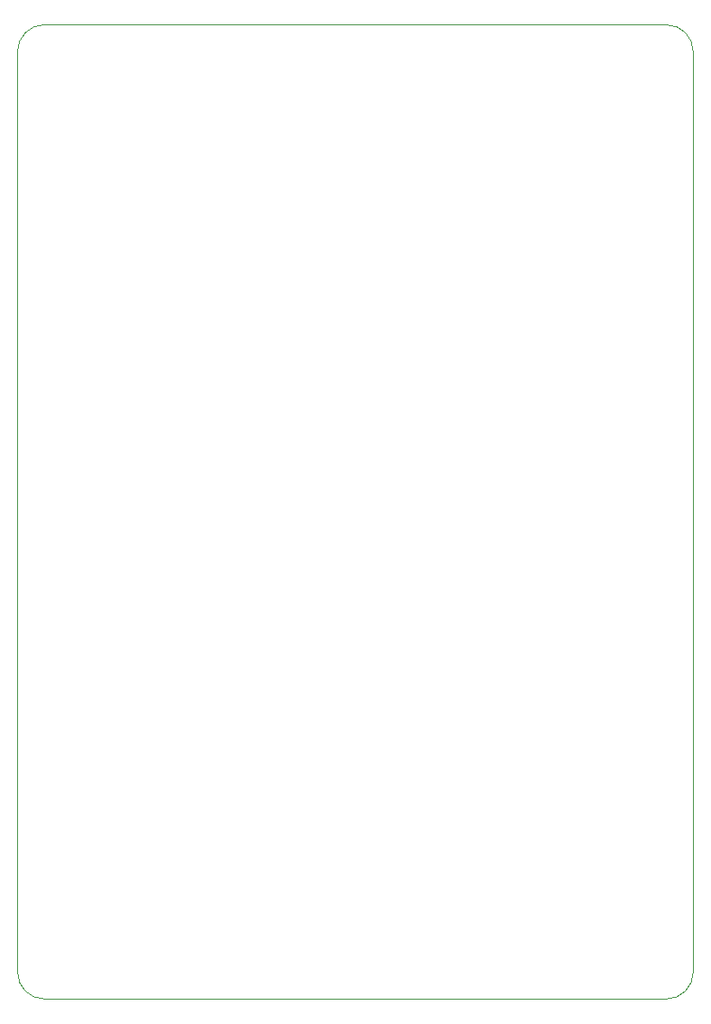
<source format=gm1>
G04 #@! TF.GenerationSoftware,KiCad,Pcbnew,7.0.10*
G04 #@! TF.CreationDate,2024-03-17T21:58:49+02:00*
G04 #@! TF.ProjectId,MasterShield,4d617374-6572-4536-9869-656c642e6b69,rev?*
G04 #@! TF.SameCoordinates,Original*
G04 #@! TF.FileFunction,Profile,NP*
%FSLAX46Y46*%
G04 Gerber Fmt 4.6, Leading zero omitted, Abs format (unit mm)*
G04 Created by KiCad (PCBNEW 7.0.10) date 2024-03-17 21:58:49*
%MOMM*%
%LPD*%
G01*
G04 APERTURE LIST*
G04 #@! TA.AperFunction,Profile*
%ADD10C,0.100000*%
G04 #@! TD*
G04 APERTURE END LIST*
D10*
X195580000Y-134620000D02*
G75*
G03*
X198120000Y-137160000I2540000J0D01*
G01*
X198120000Y-45720000D02*
G75*
G03*
X195580000Y-48260000I0J-2540000D01*
G01*
X256540000Y-137160000D02*
X200660000Y-137160000D01*
X200660000Y-137160000D02*
X198120000Y-137160000D01*
X195580000Y-134620000D02*
X195580000Y-48260000D01*
X256540000Y-137160000D02*
G75*
G03*
X259080000Y-134620000I0J2540000D01*
G01*
X198120000Y-45720000D02*
X256540000Y-45720000D01*
X259080000Y-48260000D02*
X259080000Y-134620000D01*
X259080000Y-48260000D02*
G75*
G03*
X256540000Y-45720000I-2540000J0D01*
G01*
M02*

</source>
